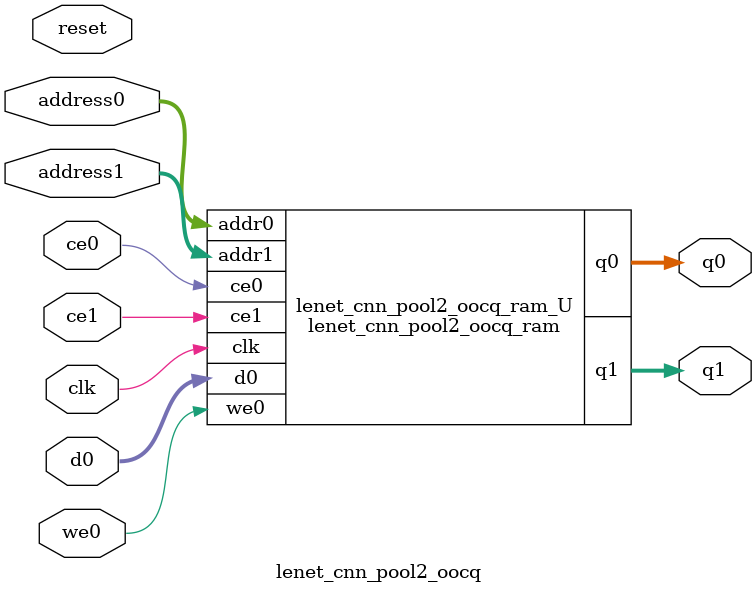
<source format=v>
`timescale 1 ns / 1 ps
module lenet_cnn_pool2_oocq_ram (addr0, ce0, d0, we0, q0, addr1, ce1, q1,  clk);

parameter DWIDTH = 32;
parameter AWIDTH = 11;
parameter MEM_SIZE = 1176;

input[AWIDTH-1:0] addr0;
input ce0;
input[DWIDTH-1:0] d0;
input we0;
output reg[DWIDTH-1:0] q0;
input[AWIDTH-1:0] addr1;
input ce1;
output reg[DWIDTH-1:0] q1;
input clk;

(* ram_style = "block" *)reg [DWIDTH-1:0] ram[0:MEM_SIZE-1];




always @(posedge clk)  
begin 
    if (ce0) 
    begin
        if (we0) 
        begin 
            ram[addr0] <= d0; 
        end 
        q0 <= ram[addr0];
    end
end


always @(posedge clk)  
begin 
    if (ce1) 
    begin
        q1 <= ram[addr1];
    end
end


endmodule

`timescale 1 ns / 1 ps
module lenet_cnn_pool2_oocq(
    reset,
    clk,
    address0,
    ce0,
    we0,
    d0,
    q0,
    address1,
    ce1,
    q1);

parameter DataWidth = 32'd32;
parameter AddressRange = 32'd1176;
parameter AddressWidth = 32'd11;
input reset;
input clk;
input[AddressWidth - 1:0] address0;
input ce0;
input we0;
input[DataWidth - 1:0] d0;
output[DataWidth - 1:0] q0;
input[AddressWidth - 1:0] address1;
input ce1;
output[DataWidth - 1:0] q1;



lenet_cnn_pool2_oocq_ram lenet_cnn_pool2_oocq_ram_U(
    .clk( clk ),
    .addr0( address0 ),
    .ce0( ce0 ),
    .we0( we0 ),
    .d0( d0 ),
    .q0( q0 ),
    .addr1( address1 ),
    .ce1( ce1 ),
    .q1( q1 ));

endmodule


</source>
